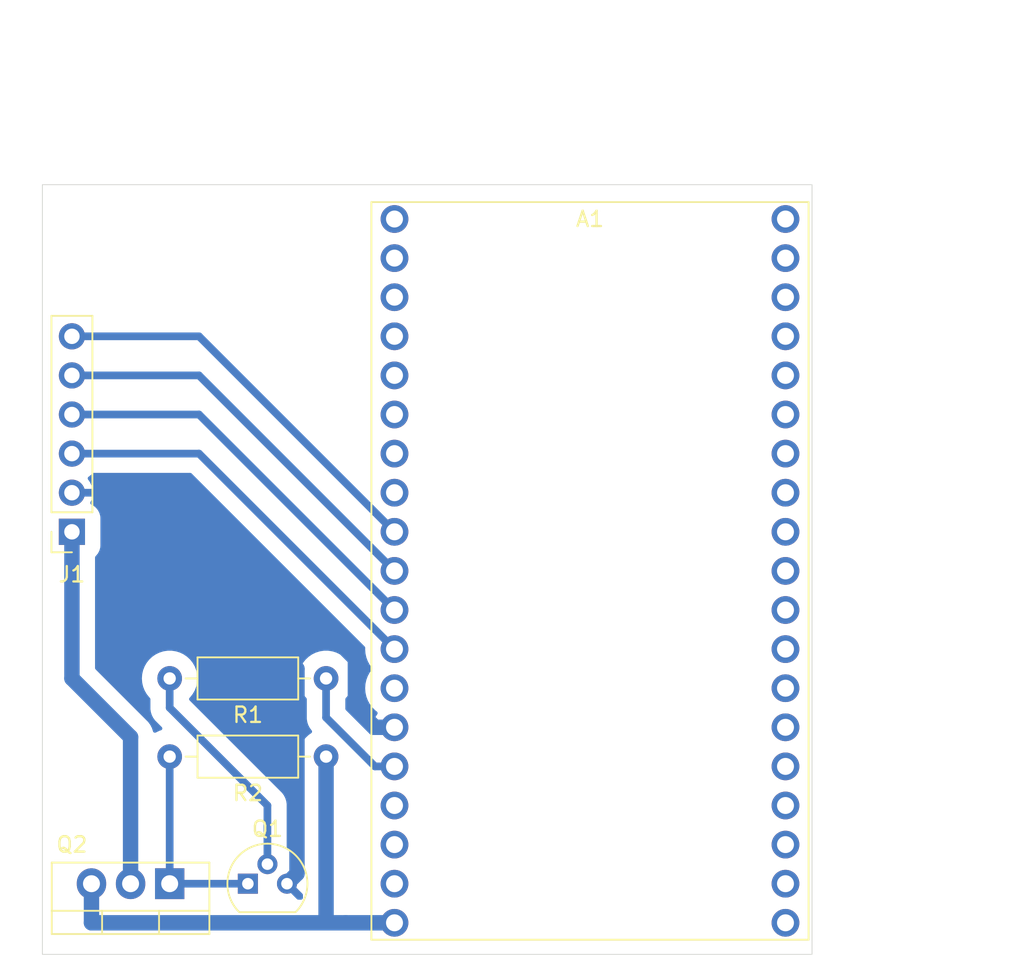
<source format=kicad_pcb>
(kicad_pcb (version 20240108) (generator "pcbnew") (generator_version "8.0")
  (title_block (title "ESP32-FPGA Interface"))
  (layers (0 "F.Cu" signal) (31 "B.Cu" signal) (34 "B.Paste" user) (35 "F.Paste" user) (36 "B.SilkS" user "B.Silkscreen") (37 "F.SilkS" user "F.Silkscreen") (38 "B.Mask" user) (39 "F.Mask" user) (44 "Edge.Cuts" user))
  (net 0 "")
  (net 11 "/MISO")
  (net 21 "/CS")
  (net 23 "/MOSI")
  (net 26 "+5V")
  (net 31 "Net-(A1-IO13)")
  (net 32 "GND")
  (net 37 "/SCK")
  (net 39 "/FPGA_5V")
  (net 40 "Net-(Q1-B)")
  (net 41 "Net-(Q1-C)")
  (footprint "Package_TO_SOT_THT:TO-92" (layer "F.Cu") (at 133.35 105.41)
    (property "Reference" "Q1" (at 1.27 -3.56 0) (layer "F.SilkS"))
    (property "Value" "2N5551")
    (fp_line (start -0.53 1.85) (end 3.07 1.85) (stroke (width 0.12)) (layer "F.SilkS"))
    (fp_arc (start -0.568478 1.838478) (mid -1.132087 -0.994977) (end 1.27 -2.6) (stroke (width 0.12)) (layer "F.SilkS"))
    (fp_arc (start 1.27 -2.6) (mid 3.672087 -0.994977) (end 3.108478 1.838478) (stroke (width 0.12)) (layer "F.SilkS"))
    (pad "1" thru_hole rect (at 0 0) (size 1.3 1.3) (drill 0.75) (layers "*.Cu" "*.Mask") (net 41 "Net-(Q1-C)"))
    (pad "2" thru_hole circle (at 1.27 -1.27) (size 1.3 1.3) (drill 0.75) (layers "*.Cu" "*.Mask") (net 40 "Net-(Q1-B)"))
    (pad "3" thru_hole circle (at 2.54 0) (size 1.3 1.3) (drill 0.75) (layers "*.Cu" "*.Mask") (net 32 "GND"))
  )
  (footprint "ESP32_Module:ESP32_DevkitC_V4" (layer "F.Cu") (at 155.575 85.09 -90)
    (property "Reference" "A1" (at -22.86 0 0) (layer "F.SilkS"))
    (property "Value" "ESP32-DevKitC")
    (fp_line (start 23.96 14.2) (end 23.96 -14.199999) (stroke (width 0.12)) (layer "F.SilkS"))
    (fp_line (start -23.96 14.199999) (end 23.96 14.2) (stroke (width 0.12)) (layer "F.SilkS"))
    (fp_line (start 23.96 -14.199999) (end -23.96 -14.2) (stroke (width 0.12)) (layer "F.SilkS"))
    (fp_line (start -23.96 -14.2) (end -23.96 14.199999) (stroke (width 0.12)) (layer "F.SilkS"))
    (pad "1" thru_hole circle (at -22.86 12.7 270) (size 1.8 1.8) (drill 1.1) (layers "*.Cu" "*.Mask"))
    (pad "2" thru_hole circle (at -20.32 12.7 270) (size 1.8 1.8) (drill 1.1) (layers "*.Cu" "*.Mask"))
    (pad "3" thru_hole circle (at -17.78 12.7 270) (size 1.8 1.8) (drill 1.1) (layers "*.Cu" "*.Mask"))
    (pad "4" thru_hole circle (at -15.24 12.7 270) (size 1.8 1.8) (drill 1.1) (layers "*.Cu" "*.Mask"))
    (pad "5" thru_hole circle (at -12.7 12.7 270) (size 1.8 1.8) (drill 1.1) (layers "*.Cu" "*.Mask"))
    (pad "6" thru_hole circle (at -10.16 12.7 270) (size 1.8 1.8) (drill 1.1) (layers "*.Cu" "*.Mask"))
    (pad "7" thru_hole circle (at -7.62 12.7 270) (size 1.8 1.8) (drill 1.1) (layers "*.Cu" "*.Mask"))
    (pad "8" thru_hole circle (at -5.08 12.7 270) (size 1.8 1.8) (drill 1.1) (layers "*.Cu" "*.Mask"))
    (pad "9" thru_hole circle (at -2.54 12.7 270) (size 1.8 1.8) (drill 1.1) (layers "*.Cu" "*.Mask") (net 37 "/SCK"))
    (pad "10" thru_hole circle (at 0 12.7 270) (size 1.8 1.8) (drill 1.1) (layers "*.Cu" "*.Mask") (net 21 "/CS"))
    (pad "11" thru_hole circle (at 2.54 12.7 270) (size 1.8 1.8) (drill 1.1) (layers "*.Cu" "*.Mask") (net 11 "/MISO"))
    (pad "12" thru_hole circle (at 5.08 12.7 270) (size 1.8 1.8) (drill 1.1) (layers "*.Cu" "*.Mask") (net 23 "/MOSI"))
    (pad "13" thru_hole circle (at 7.62 12.7 270) (size 1.8 1.8) (drill 1.1) (layers "*.Cu" "*.Mask"))
    (pad "14" thru_hole circle (at 10.16 12.7 270) (size 1.8 1.8) (drill 1.1) (layers "*.Cu" "*.Mask") (net 32 "GND"))
    (pad "15" thru_hole circle (at 12.7 12.7 270) (size 1.8 1.8) (drill 1.1) (layers "*.Cu" "*.Mask") (net 31 "Net-(A1-IO13)"))
    (pad "16" thru_hole circle (at 15.24 12.7 270) (size 1.8 1.8) (drill 1.1) (layers "*.Cu" "*.Mask"))
    (pad "17" thru_hole circle (at 17.78 12.7 270) (size 1.8 1.8) (drill 1.1) (layers "*.Cu" "*.Mask"))
    (pad "18" thru_hole circle (at 20.32 12.7 270) (size 1.8 1.8) (drill 1.1) (layers "*.Cu" "*.Mask"))
    (pad "19" thru_hole circle (at 22.86 12.7 270) (size 1.8 1.8) (drill 1.1) (layers "*.Cu" "*.Mask") (net 26 "+5V"))
    (pad "20" thru_hole circle (at 22.86 -12.7 270) (size 1.8 1.8) (drill 1.1) (layers "*.Cu" "*.Mask"))
    (pad "21" thru_hole circle (at 20.32 -12.7 270) (size 1.8 1.8) (drill 1.1) (layers "*.Cu" "*.Mask"))
    (pad "22" thru_hole circle (at 17.78 -12.7 270) (size 1.8 1.8) (drill 1.1) (layers "*.Cu" "*.Mask"))
    (pad "23" thru_hole circle (at 15.24 -12.7 270) (size 1.8 1.8) (drill 1.1) (layers "*.Cu" "*.Mask"))
    (pad "24" thru_hole circle (at 12.7 -12.7 270) (size 1.8 1.8) (drill 1.1) (layers "*.Cu" "*.Mask"))
    (pad "25" thru_hole circle (at 10.16 -12.7 270) (size 1.8 1.8) (drill 1.1) (layers "*.Cu" "*.Mask"))
    (pad "26" thru_hole circle (at 7.62 -12.7 270) (size 1.8 1.8) (drill 1.1) (layers "*.Cu" "*.Mask"))
    (pad "27" thru_hole circle (at 5.08 -12.7 270) (size 1.8 1.8) (drill 1.1) (layers "*.Cu" "*.Mask"))
    (pad "28" thru_hole circle (at 2.54 -12.7 270) (size 1.8 1.8) (drill 1.1) (layers "*.Cu" "*.Mask"))
    (pad "29" thru_hole circle (at 0 -12.7 270) (size 1.8 1.8) (drill 1.1) (layers "*.Cu" "*.Mask"))
    (pad "30" thru_hole circle (at -2.54 -12.7 270) (size 1.8 1.8) (drill 1.1) (layers "*.Cu" "*.Mask"))
    (pad "31" thru_hole circle (at -5.08 -12.7 270) (size 1.8 1.8) (drill 1.1) (layers "*.Cu" "*.Mask"))
    (pad "32" thru_hole circle (at -7.62 -12.7 270) (size 1.8 1.8) (drill 1.1) (layers "*.Cu" "*.Mask"))
    (pad "33" thru_hole circle (at -10.16 -12.7 270) (size 1.8 1.8) (drill 1.1) (layers "*.Cu" "*.Mask"))
    (pad "34" thru_hole circle (at -12.7 -12.7 270) (size 1.8 1.8) (drill 1.1) (layers "*.Cu" "*.Mask"))
    (pad "35" thru_hole circle (at -15.24 -12.7 270) (size 1.8 1.8) (drill 1.1) (layers "*.Cu" "*.Mask"))
    (pad "36" thru_hole circle (at -17.78 -12.7 270) (size 1.8 1.8) (drill 1.1) (layers "*.Cu" "*.Mask"))
    (pad "37" thru_hole circle (at -20.32 -12.7 270) (size 1.8 1.8) (drill 1.1) (layers "*.Cu" "*.Mask"))
    (pad "38" thru_hole circle (at -22.86 -12.7 270) (size 1.8 1.8) (drill 1.1) (layers "*.Cu" "*.Mask"))
  )
  (footprint "Resistor_THT:R_Axial_DIN0207_L6.3mm_D2.5mm_P10.16mm_Horizontal" (layer "F.Cu") (at 138.43 97.155 180)
    (property "Reference" "R2" (at 5.08 -2.37 360) (layer "F.SilkS"))
    (property "Value" "10k")
    (fp_line (start 9.12 0) (end 8.35 0) (stroke (width 0.12)) (layer "F.SilkS"))
    (fp_line (start 8.35 1.37) (end 8.35 -1.37) (stroke (width 0.12)) (layer "F.SilkS"))
    (fp_line (start 8.35 -1.37) (end 1.81 -1.37) (stroke (width 0.12)) (layer "F.SilkS"))
    (fp_line (start 1.81 1.37) (end 8.35 1.37) (stroke (width 0.12)) (layer "F.SilkS"))
    (fp_line (start 1.81 -1.37) (end 1.81 1.37) (stroke (width 0.12)) (layer "F.SilkS"))
    (fp_line (start 1.04 0) (end 1.81 0) (stroke (width 0.12)) (layer "F.SilkS"))
    (pad "1" thru_hole circle (at 0 0 180) (size 1.6 1.6) (drill 0.8) (layers "*.Cu" "*.Mask") (net 26 "+5V"))
    (pad "2" thru_hole oval (at 10.16 0 180) (size 1.6 1.6) (drill 0.8) (layers "*.Cu" "*.Mask") (net 41 "Net-(Q1-C)"))
  )
  (footprint "Resistor_THT:R_Axial_DIN0207_L6.3mm_D2.5mm_P10.16mm_Horizontal" (layer "F.Cu") (at 138.43 92.075 180)
    (property "Reference" "R1" (at 5.08 -2.37 360) (layer "F.SilkS"))
    (property "Value" "47k")
    (fp_line (start 9.12 0) (end 8.35 0) (stroke (width 0.12)) (layer "F.SilkS"))
    (fp_line (start 8.35 1.37) (end 8.35 -1.37) (stroke (width 0.12)) (layer "F.SilkS"))
    (fp_line (start 8.35 -1.37) (end 1.81 -1.37) (stroke (width 0.12)) (layer "F.SilkS"))
    (fp_line (start 1.81 1.37) (end 8.35 1.37) (stroke (width 0.12)) (layer "F.SilkS"))
    (fp_line (start 1.81 -1.37) (end 1.81 1.37) (stroke (width 0.12)) (layer "F.SilkS"))
    (fp_line (start 1.04 0) (end 1.81 0) (stroke (width 0.12)) (layer "F.SilkS"))
    (pad "1" thru_hole circle (at 0 0 180) (size 1.6 1.6) (drill 0.8) (layers "*.Cu" "*.Mask") (net 31 "Net-(A1-IO13)"))
    (pad "2" thru_hole oval (at 10.16 0 180) (size 1.6 1.6) (drill 0.8) (layers "*.Cu" "*.Mask") (net 40 "Net-(Q1-B)"))
  )
  (footprint "Package_TO_SOT_THT:TO-220-3_Vertical" (layer "F.Cu") (at 128.27 105.41 180)
    (property "Reference" "Q2" (at 6.35 2.54 0) (layer "F.SilkS"))
    (property "Value" "IRF5305")
    (fp_line (start 7.66 -3.27) (end 7.66 1.371) (stroke (width 0.12)) (layer "F.SilkS"))
    (fp_line (start 4.391 -3.27) (end 4.391 -1.76) (stroke (width 0.12)) (layer "F.SilkS"))
    (fp_line (start 0.69 -3.27) (end 0.69 -1.76) (stroke (width 0.12)) (layer "F.SilkS"))
    (fp_line (start -2.58 1.371) (end 7.66 1.371) (stroke (width 0.12)) (layer "F.SilkS"))
    (fp_line (start -2.58 -1.76) (end 7.66 -1.76) (stroke (width 0.12)) (layer "F.SilkS"))
    (fp_line (start -2.58 -3.27) (end 7.66 -3.27) (stroke (width 0.12)) (layer "F.SilkS"))
    (fp_line (start -2.58 -3.27) (end -2.58 1.371) (stroke (width 0.12)) (layer "F.SilkS"))
    (pad "1" thru_hole rect (at 0 0 180) (size 1.905 2) (drill 1.1) (layers "*.Cu" "*.Mask") (net 41 "Net-(Q1-C)"))
    (pad "2" thru_hole oval (at 2.54 0 180) (size 1.905 2) (drill 1.1) (layers "*.Cu" "*.Mask") (net 39 "/FPGA_5V"))
    (pad "3" thru_hole oval (at 5.08 0 180) (size 1.905 2) (drill 1.1) (layers "*.Cu" "*.Mask") (net 26 "+5V"))
  )
  (footprint "Connector_PinSocket_2.54mm:PinSocket_1x06_P2.54mm_Vertical" (layer "F.Cu") (at 121.92 82.55 180)
    (property "Reference" "J1" (at 0 -2.77 0) (layer "F.SilkS"))
    (property "Value" "Conn_01x06")
    (fp_line (start 1.33 1.27) (end 1.33 14.03) (stroke (width 0.12)) (layer "F.SilkS"))
    (fp_line (start 1.33 -1.33) (end 1.33 0) (stroke (width 0.12)) (layer "F.SilkS"))
    (fp_line (start 0 -1.33) (end 1.33 -1.33) (stroke (width 0.12)) (layer "F.SilkS"))
    (fp_line (start -1.33 14.03) (end 1.33 14.03) (stroke (width 0.12)) (layer "F.SilkS"))
    (fp_line (start -1.33 1.27) (end 1.33 1.27) (stroke (width 0.12)) (layer "F.SilkS"))
    (fp_line (start -1.33 1.27) (end -1.33 14.03) (stroke (width 0.12)) (layer "F.SilkS"))
    (pad "1" thru_hole rect (at 0 0 180) (size 1.7 1.7) (drill 1) (layers "*.Cu" "*.Mask") (net 39 "/FPGA_5V"))
    (pad "2" thru_hole oval (at 0 2.54 180) (size 1.7 1.7) (drill 1) (layers "*.Cu" "*.Mask") (net 32 "GND"))
    (pad "3" thru_hole oval (at 0 5.08 180) (size 1.7 1.7) (drill 1) (layers "*.Cu" "*.Mask") (net 23 "/MOSI"))
    (pad "4" thru_hole oval (at 0 7.62 180) (size 1.7 1.7) (drill 1) (layers "*.Cu" "*.Mask") (net 11 "/MISO"))
    (pad "5" thru_hole oval (at 0 10.16 180) (size 1.7 1.7) (drill 1) (layers "*.Cu" "*.Mask") (net 21 "/CS"))
    (pad "6" thru_hole oval (at 0 12.7 180) (size 1.7 1.7) (drill 1) (layers "*.Cu" "*.Mask") (net 37 "/SCK"))
  )
  (gr_rect (start 120 60) (end 170 110) (stroke (width 0.05)) (fill none) (layer "Edge.Cuts"))
  (segment (start 142.24 87.63) (end 142.875 87.63) (width 0.5) (layer "B.Cu") (net 11))
  (segment (start 142.875 87.63) (end 130.175 74.93) (width 0.5) (layer "B.Cu") (net 11))
  (segment (start 130.175 74.93) (end 121.92 74.93) (width 0.5) (layer "B.Cu") (net 11))
  (segment (start 142.875 85.09) (end 130.175 72.39) (width 0.5) (layer "B.Cu") (net 21))
  (segment (start 130.175 72.39) (end 121.92 72.39) (width 0.5) (layer "B.Cu") (net 21))
  (segment (start 142.875 90.17) (end 130.175 77.47) (width 0.5) (layer "B.Cu") (net 23))
  (segment (start 130.175 77.47) (end 121.92 77.47) (width 0.5) (layer "B.Cu") (net 23))
  (segment (start 123.19 105.41) (end 123.19 107.95) (width 1) (layer "B.Cu") (net 26))
  (segment (start 142.875 107.95) (end 139.7 107.95) (width 1) (layer "B.Cu") (net 26))
  (segment (start 138.43 107.95) (end 139.7 107.95) (width 1) (layer "B.Cu") (net 26))
  (segment (start 123.19 107.95) (end 138.43 107.95) (width 1) (layer "B.Cu") (net 26))
  (segment (start 138.43 97.155) (end 138.43 107.95) (width 1) (layer "B.Cu") (net 26))
  (segment (start 138.43 94.615) (end 138.43 92.075) (width 0.5) (layer "B.Cu") (net 31))
  (segment (start 141.605 97.79) (end 138.43 94.615) (width 0.5) (layer "B.Cu") (net 31))
  (segment (start 142.875 97.79) (end 141.605 97.79) (width 0.5) (layer "B.Cu") (net 31))
  (segment (start 139.065 89.535) (end 135.89 89.535) (width 1) (layer "B.Cu") (net 32))
  (segment (start 136.539999 91.454999) (end 136.539999 104.760001) (width 1) (layer "B.Cu") (net 32))
  (segment (start 136.539999 104.760001) (end 135.89 105.41) (width 1) (layer "B.Cu") (net 32))
  (segment (start 141.602208 95.25) (end 140.335 93.982792) (width 1) (layer "B.Cu") (net 32))
  (segment (start 135.89 90.805) (end 136.539999 91.454999) (width 1) (layer "B.Cu") (net 32))
  (segment (start 142.875 95.25) (end 141.602208 95.25) (width 1) (layer "B.Cu") (net 32))
  (segment (start 140.335 93.982792) (end 140.335 90.805) (width 1) (layer "B.Cu") (net 32))
  (segment (start 135.89 89.535) (end 135.89 90.805) (width 1) (layer "B.Cu") (net 32))
  (segment (start 140.335 90.805) (end 139.065 89.535) (width 1) (layer "B.Cu") (net 32))
  (segment (start 130.175 69.85) (end 121.92 69.85) (width 0.5) (layer "B.Cu") (net 37))
  (segment (start 142.875 82.55) (end 130.175 69.85) (width 0.5) (layer "B.Cu") (net 37))
  (segment (start 121.92 92.075) (end 121.92 82.55) (width 1) (layer "B.Cu") (net 39))
  (segment (start 125.73 105.41) (end 125.73 95.885) (width 1) (layer "B.Cu") (net 39))
  (segment (start 125.73 95.885) (end 121.92 92.075) (width 1) (layer "B.Cu") (net 39))
  (segment (start 128.27 93.98) (end 128.27 92.075) (width 0.5) (layer "B.Cu") (net 40))
  (segment (start 134.62 104.14) (end 134.62 100.33) (width 0.5) (layer "B.Cu") (net 40))
  (segment (start 134.62 100.33) (end 128.27 93.98) (width 0.5) (layer "B.Cu") (net 40))
  (segment (start 128.27 105.41) (end 128.27 97.155) (width 0.5) (layer "B.Cu") (net 41))
  (segment (start 133.35 105.41) (end 128.27 105.41) (width 0.5) (layer "B.Cu") (net 41))
  (zone (net 32) (net_name "GND") (layer "B.Cu") (connect_pads (clearance 1)) (min_thickness 0.25) (fill yes (thermal_gap 0.5) (thermal_bridge_width 0.5))
    (polygon (pts (xy 120 60) (xy 170 60) (xy 170 110) (xy 120 110)))
  )
)
</source>
